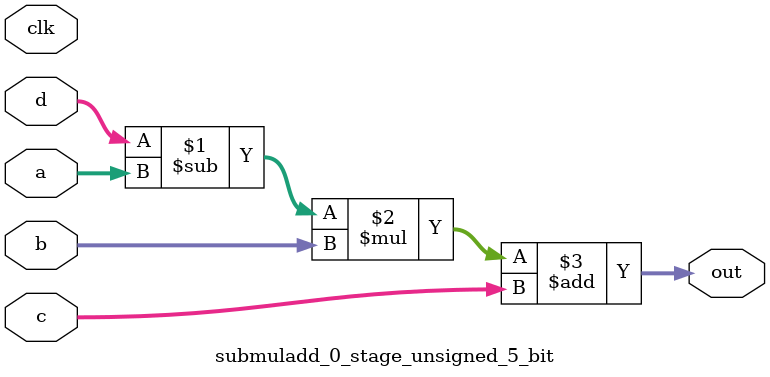
<source format=sv>
(* use_dsp = "yes" *) module submuladd_0_stage_unsigned_5_bit(
	input  [4:0] a,
	input  [4:0] b,
	input  [4:0] c,
	input  [4:0] d,
	output [4:0] out,
	input clk);

	assign out = ((d - a) * b) + c;
endmodule

</source>
